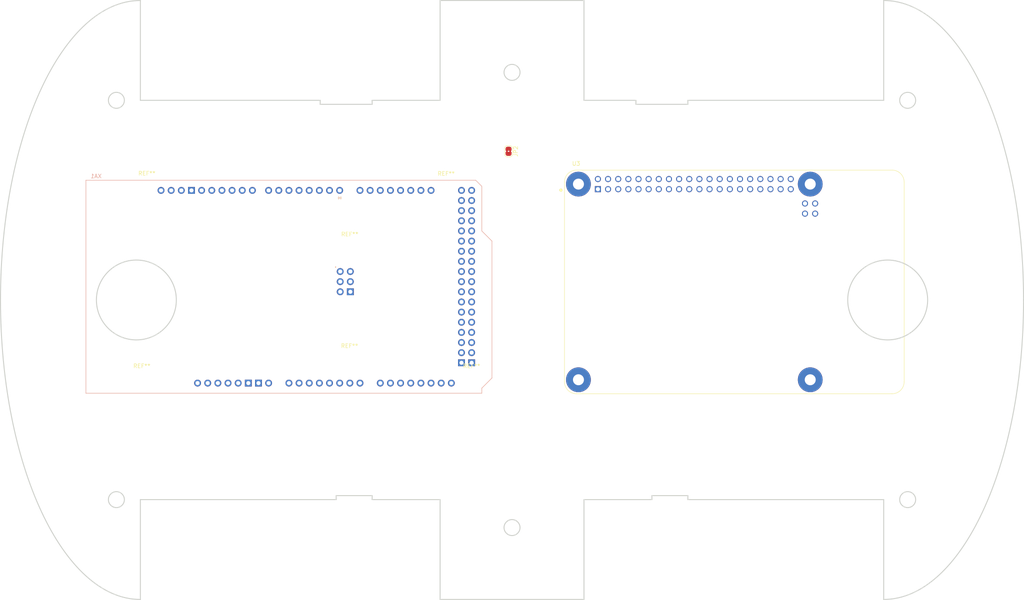
<source format=kicad_pcb>
(kicad_pcb (version 20221018) (generator pcbnew)
  (layers (0 "F.Cu" signal) (31 "B.Cu" signal) (34 "B.Paste" user) (35 "F.Paste" user) (36 "B.SilkS" user "B.Silkscreen") (37 "F.SilkS" user "F.Silkscreen") (38 "B.Mask" user) (39 "F.Mask" user) (44 "Edge.Cuts" user))
  (net 0 "")
  (net 1 "GND")
  (net 2 "/RESET")
  (net 3 "VCC")
  (net 4 "/ATMEGA_RXD0")
  (net 5 "/ATMEGA_TXD0")
  (net 6 "Net-(JP2-B)")
  (net 7 "Net-(U3-5V-Pad2)")
  (net 37 "Net-(U3-SHIELD-PadS1)")
  (footprint "MountingHole:MountingHole_3.2mm_M3" (layer "F.Cu") (at 56.440387 120.824769)
    (fp_text reference "REF**" (at 0 -4.2) (layer "F.SilkS"))
    (fp_text value "MountingHole_3.2mm_M3")
    (pad "" np_thru_hole circle (at 0 0) (size 3.2 3.2) (drill 3.2) (layers "F&B.Cu" "*.Mask"))
  )
  (footprint "Jumper:SolderJumper-2_P1.3mm_Bridged2Bar_RoundedPad1.0x1.5mm" (layer "F.Cu") (at 148.19848 62.846097 -90)
    (fp_text reference "JP2" (at 0 -1.8 90) (layer "F.SilkS"))
    (fp_text value "SolderJumper_2_Bridged")
    (fp_poly (pts (xy -0.25 -0.6) (xy 0.25 -0.6) (xy 0.25 -0.2) (xy -0.25 -0.2)) (fill solid) (layer "F.Cu"))
    (fp_poly (pts (xy -0.25 0.2) (xy 0.25 0.2) (xy 0.25 0.6) (xy -0.25 0.6)) (fill solid) (layer "F.Cu"))
    (fp_line (start -1.4 0.3) (end -1.4 -0.3) (stroke (width 0.12)) (layer "F.SilkS"))
    (fp_line (start -0.7 -1) (end 0.7 -1) (stroke (width 0.12)) (layer "F.SilkS"))
    (fp_line (start 0.7 1) (end -0.7 1) (stroke (width 0.12)) (layer "F.SilkS"))
    (fp_line (start 1.4 -0.3) (end 1.4 0.3) (stroke (width 0.12)) (layer "F.SilkS"))
    (fp_arc (start -1.4 -0.3) (mid -1.194975 -0.794975) (end -0.7 -1) (stroke (width 0.12)) (layer "F.SilkS"))
    (fp_arc (start -0.7 1) (mid -1.194975 0.794975) (end -1.4 0.3) (stroke (width 0.12)) (layer "F.SilkS"))
    (fp_arc (start 0.7 -1) (mid 1.194975 -0.794975) (end 1.4 -0.3) (stroke (width 0.12)) (layer "F.SilkS"))
    (fp_arc (start 1.4 0.3) (mid 1.194975 0.794975) (end 0.7 1) (stroke (width 0.12)) (layer "F.SilkS"))
    (pad "1" smd custom (at -0.65 0 270) (size 1 0.5) (layers "F.Cu" "F.Mask") (net 3 "VCC") (options (clearance outline) (anchor rect)) (primitives (gr_circle (center 0 0.25) (end 0.5 0.25) (width 0) (fill yes)) (gr_circle (center 0 -0.25) (end 0.5 -0.25) (width 0) (fill yes)) (gr_poly (pts (xy 0.5 0.75) (xy 0 0.75) (xy 0 -0.75) (xy 0.5 -0.75)) (width 0) (fill yes))))
    (pad "2" smd custom (at 0.65 0 270) (size 1 0.5) (layers "F.Cu" "F.Mask") (net 6 "Net-(JP2-B)") (options (clearance outline) (anchor rect)) (primitives (gr_circle (center 0 0.25) (end 0.5 0.25) (width 0) (fill yes)) (gr_circle (center 0 -0.25) (end 0.5 -0.25) (width 0) (fill yes)) (gr_poly (pts (xy 0 0.75) (xy -0.5 0.75) (xy -0.5 -0.75) (xy 0 -0.75)) (width 0) (fill yes))))
  )
  (footprint "MountingHole:MountingHole_3.2mm_M3" (layer "F.Cu") (at 132.597905 72.646985)
    (fp_text reference "REF**" (at 0 -4.2) (layer "F.SilkS"))
    (fp_text value "MountingHole_3.2mm_M3")
    (pad "" np_thru_hole circle (at 0 0) (size 3.2 3.2) (drill 3.2) (layers "*.Cu" "*.Mask"))
  )
  (footprint "project:MODULE_RASPBERRY_PI_4B_4GB" (layer "F.Cu") (at 204.687773 95.568647)
    (fp_text reference "U3" (at -39.575 -29.635) (layer "F.SilkS"))
    (fp_text value "RASPBERRY_PI_4B_4GB")
    (fp_line (start -42.5 -25) (end -42.5 25) (stroke (width 0.127)) (layer "F.SilkS"))
    (fp_line (start -39.5 28) (end 39.5 28) (stroke (width 0.127)) (layer "F.SilkS"))
    (fp_line (start 39.5 -28) (end -39.5 -28) (stroke (width 0.127)) (layer "F.SilkS"))
    (fp_line (start 42.5 25) (end 42.5 -25) (stroke (width 0.127)) (layer "F.SilkS"))
    (fp_arc (start -42.5 -25) (mid -41.62132 -27.12132) (end -39.5 -28) (stroke (width 0.127)) (layer "F.SilkS"))
    (fp_arc (start -39.5 28) (mid -41.62132 27.12132) (end -42.5 25) (stroke (width 0.127)) (layer "F.SilkS"))
    (fp_arc (start 39.5 -28) (mid 41.62132 -27.12132) (end 42.5 -25) (stroke (width 0.127)) (layer "F.SilkS"))
    (fp_arc (start 42.5 25) (mid 41.62132 27.12132) (end 39.5 28) (stroke (width 0.127)) (layer "F.SilkS"))
    (fp_circle (center -43.4 -23) (end -43.2 -23) (stroke (width 0.4)) (fill none) (layer "F.SilkS"))
    (pad "1" thru_hole rect (at -34.13 -23.23) (size 1.524 1.524) (drill 1.016) (layers "*.Cu" "*.Mask") (net 3 "VCC"))
    (pad "2" thru_hole circle (at -34.13 -25.77) (size 1.524 1.524) (drill 1.016) (layers "*.Cu" "*.Mask") (net 7 "Net-(U3-5V-Pad2)"))
    (pad "3" thru_hole circle (at -31.59 -23.23) (size 1.524 1.524) (drill 1.016) (layers "*.Cu" "*.Mask"))
    (pad "4" thru_hole circle (at -31.59 -25.77) (size 1.524 1.524) (drill 1.016) (layers "*.Cu" "*.Mask") (net 7 "Net-(U3-5V-Pad2)"))
    (pad "5" thru_hole circle (at -29.05 -23.23) (size 1.524 1.524) (drill 1.016) (layers "*.Cu" "*.Mask"))
    (pad "6" thru_hole circle (at -29.05 -25.77) (size 1.524 1.524) (drill 1.016) (layers "*.Cu" "*.Mask") (net 1 "GND"))
    (pad "7" thru_hole circle (at -26.51 -23.23) (size 1.524 1.524) (drill 1.016) (layers "*.Cu" "*.Mask"))
    (pad "8" thru_hole circle (at -26.51 -25.77) (size 1.524 1.524) (drill 1.016) (layers "*.Cu" "*.Mask") (net 5 "/ATMEGA_TXD0"))
    (pad "9" thru_hole circle (at -23.97 -23.23) (size 1.524 1.524) (drill 1.016) (layers "*.Cu" "*.Mask") (net 1 "GND"))
    (pad "10" thru_hole circle (at -23.97 -25.77) (size 1.524 1.524) (drill 1.016) (layers "*.Cu" "*.Mask") (net 4 "/ATMEGA_RXD0"))
    (pad "11" thru_hole circle (at -21.43 -23.23) (size 1.524 1.524) (drill 1.016) (layers "*.Cu" "*.Mask"))
    (pad "12" thru_hole circle (at -21.43 -25.77) (size 1.524 1.524) (drill 1.016) (layers "*.Cu" "*.Mask") (net 2 "/RESET"))
    (pad "13" thru_hole circle (at -18.89 -23.23) (size 1.524 1.524) (drill 1.016) (layers "*.Cu" "*.Mask"))
    (pad "14" thru_hole circle (at -18.89 -25.77) (size 1.524 1.524) (drill 1.016) (layers "*.Cu" "*.Mask") (net 1 "GND"))
    (pad "15" thru_hole circle (at -16.35 -23.23) (size 1.524 1.524) (drill 1.016) (layers "*.Cu" "*.Mask"))
    (pad "16" thru_hole circle (at -16.35 -25.77) (size 1.524 1.524) (drill 1.016) (layers "*.Cu" "*.Mask"))
    (pad "17" thru_hole circle (at -13.81 -23.23) (size 1.524 1.524) (drill 1.016) (layers "*.Cu" "*.Mask") (net 3 "VCC"))
    (pad "18" thru_hole circle (at -13.81 -25.77) (size 1.524 1.524) (drill 1.016) (layers "*.Cu" "*.Mask"))
    (pad "19" thru_hole circle (at -11.27 -23.23) (size 1.524 1.524) (drill 1.016) (layers "*.Cu" "*.Mask"))
    (pad "20" thru_hole circle (at -11.27 -25.77) (size 1.524 1.524) (drill 1.016) (layers "*.Cu" "*.Mask") (net 1 "GND"))
    (pad "21" thru_hole circle (at -8.73 -23.23) (size 1.524 1.524) (drill 1.016) (layers "*.Cu" "*.Mask"))
    (pad "22" thru_hole circle (at -8.73 -25.77) (size 1.524 1.524) (drill 1.016) (layers "*.Cu" "*.Mask"))
    (pad "23" thru_hole circle (at -6.19 -23.23) (size 1.524 1.524) (drill 1.016) (layers "*.Cu" "*.Mask"))
    (pad "24" thru_hole circle (at -6.19 -25.77) (size 1.524 1.524) (drill 1.016) (layers "*.Cu" "*.Mask"))
    (pad "25" thru_hole circle (at -3.65 -23.23) (size 1.524 1.524) (drill 1.016) (layers "*.Cu" "*.Mask") (net 1 "GND"))
    (pad "26" thru_hole circle (at -3.65 -25.77) (size 1.524 1.524) (drill 1.016) (layers "*.Cu" "*.Mask"))
    (pad "27" thru_hole circle (at -1.11 -23.23) (size 1.524 1.524) (drill 1.016) (layers "*.Cu" "*.Mask"))
    (pad "28" thru_hole circle (at -1.11 -25.77) (size 1.524 1.524) (drill 1.016) (layers "*.Cu" "*.Mask"))
    (pad "29" thru_hole circle (at 1.43 -23.23) (size 1.524 1.524) (drill 1.016) (layers "*.Cu" "*.Mask"))
    (pad "30" thru_hole circle (at 1.43 -25.77) (size 1.524 1.524) (drill 1.016) (layers "*.Cu" "*.Mask") (net 1 "GND"))
    (pad "31" thru_hole circle (at 3.97 -23.23) (size 1.524 1.524) (drill 1.016) (layers "*.Cu" "*.Mask"))
    (pad "32" thru_hole circle (at 3.97 -25.77) (size 1.524 1.524) (drill 1.016) (layers "*.Cu" "*.Mask"))
    (pad "33" thru_hole circle (at 6.51 -23.23) (size 1.524 1.524) (drill 1.016) (layers "*.Cu" "*.Mask"))
    (pad "34" thru_hole circle (at 6.51 -25.77) (size 1.524 1.524) (drill 1.016) (layers "*.Cu" "*.Mask") (net 1 "GND"))
    (pad "35" thru_hole circle (at 9.05 -23.23) (size 1.524 1.524) (drill 1.016) (layers "*.Cu" "*.Mask"))
    (pad "36" thru_hole circle (at 9.05 -25.77) (size 1.524 1.524) (drill 1.016) (layers "*.Cu" "*.Mask"))
    (pad "37" thru_hole circle (at 11.59 -23.23) (size 1.524 1.524) (drill 1.016) (layers "*.Cu" "*.Mask"))
    (pad "38" thru_hole circle (at 11.59 -25.77) (size 1.524 1.524) (drill 1.016) (layers "*.Cu" "*.Mask"))
    (pad "39" thru_hole circle (at 14.13 -23.23) (size 1.524 1.524) (drill 1.016) (layers "*.Cu" "*.Mask") (net 1 "GND"))
    (pad "40" thru_hole circle (at 14.13 -25.77) (size 1.524 1.524) (drill 1.016) (layers "*.Cu" "*.Mask"))
    (pad "41" thru_hole circle (at 20.23 -17.107) (size 1.524 1.524) (drill 1.016) (layers "*.Cu" "*.Mask"))
    (pad "42" thru_hole circle (at 20.23 -19.647) (size 1.524 1.524) (drill 1.016) (layers "*.Cu" "*.Mask"))
    (pad "43" thru_hole circle (at 17.69 -17.107) (size 1.524 1.524) (drill 1.016) (layers "*.Cu" "*.Mask"))
    (pad "44" thru_hole circle (at 17.69 -19.647) (size 1.524 1.524) (drill 1.016) (layers "*.Cu" "*.Mask"))
    (pad "S1" thru_hole circle (at -39 -24.5) (size 6.2 6.2) (drill 2.75) (layers "*.Cu" "*.Mask") (net 37 "Net-(U3-SHIELD-PadS1)"))
    (pad "S2" thru_hole circle (at 19 -24.5) (size 6.2 6.2) (drill 2.75) (layers "*.Cu" "*.Mask") (net 37 "Net-(U3-SHIELD-PadS1)"))
    (pad "S3" thru_hole circle (at 19 24.5) (size 6.2 6.2) (drill 2.75) (layers "*.Cu" "*.Mask") (net 37 "Net-(U3-SHIELD-PadS1)"))
    (pad "S4" thru_hole circle (at -39 24.5) (size 6.2 6.2) (drill 2.75) (layers "*.Cu" "*.Mask") (net 37 "Net-(U3-SHIELD-PadS1)"))
  )
  (footprint "MountingHole:MountingHole_3.2mm_M3" (layer "F.Cu") (at 108.467937 87.821711)
    (fp_text reference "REF**" (at 0 -4.2) (layer "F.SilkS"))
    (fp_text value "MountingHole_3.2mm_M3")
    (pad "" np_thru_hole circle (at 0 0) (size 3.2 3.2) (drill 3.2) (layers "F&B.Cu" "*.Mask"))
  )
  (footprint "Arduino_Mega2560_Shield" (layer "F.Cu") (at 42.442861 123.439144)
    (fp_text reference "XA1" (at 2.54 -54.356) (layer "B.SilkS") (effects (justify mirror)))
    (fp_text value "Arduino_Mega2560_Shield")
    (fp_text user "D0" (at 63.5 -48.895 unlocked) (layer "B.SilkS") (effects (font (size 0.5 0.5) (thickness 0.075)) (justify mirror)))
    (fp_text user "." (at 62.484 -32.004) (layer "B.SilkS"))
    (fp_text user "D0" (at 63.5 -48.895 unlocked) (layer "F.SilkS") (effects (font (size 0.5 0.5) (thickness 0.075))))
    (fp_text user "." (at 62.484 -32.004) (layer "F.SilkS"))
    (fp_line (start 0 -53.34) (end 0 0) (stroke (width 0.15)) (layer "B.SilkS"))
    (fp_line (start 0 -53.34) (end 97.536 -53.34) (stroke (width 0.15)) (layer "B.SilkS"))
    (fp_line (start 0 0) (end 99.06 0) (stroke (width 0.15)) (layer "B.SilkS"))
    (fp_line (start 97.536 -53.34) (end 99.06 -51.816) (stroke (width 0.15)) (layer "B.SilkS"))
    (fp_line (start 99.06 -40.64) (end 99.06 -51.816) (stroke (width 0.15)) (layer "B.SilkS"))
    (fp_line (start 99.06 -1.27) (end 101.6 -3.81) (stroke (width 0.15)) (layer "B.SilkS"))
    (fp_line (start 99.06 0) (end 99.06 -1.27) (stroke (width 0.15)) (layer "B.SilkS"))
    (fp_line (start 101.6 -38.1) (end 99.06 -40.64) (stroke (width 0.15)) (layer "B.SilkS"))
    (fp_line (start 101.6 -3.81) (end 101.6 -38.1) (stroke (width 0.15)) (layer "B.SilkS"))
    (pad "" thru_hole oval (at 27.94 -2.54) (size 1.7272 1.7272) (drill 1.016) (layers "*.Cu" "*.Mask"))
    (pad "3V3" thru_hole oval (at 35.56 -2.54) (size 1.7272 1.7272) (drill 1.016) (layers "*.Cu" "*.Mask"))
    (pad "5V1" thru_hole oval (at 38.1 -2.54) (size 1.7272 1.7272) (drill 1.016) (layers "*.Cu" "*.Mask"))
    (pad "5V2" thru_hole oval (at 66.167 -30.48) (size 1.7272 1.7272) (drill 1.016) (layers "*.Cu" "*.Mask"))
    (pad "5V3" thru_hole oval (at 93.98 -50.8) (size 1.7272 1.7272) (drill 1.016) (layers "*.Cu" "*.Mask"))
    (pad "5V4" thru_hole oval (at 96.52 -50.8) (size 1.7272 1.7272) (drill 1.016) (layers "*.Cu" "*.Mask"))
    (pad "A0" thru_hole oval (at 50.8 -2.54) (size 1.7272 1.7272) (drill 1.016) (layers "*.Cu" "*.Mask"))
    (pad "A1" thru_hole oval (at 53.34 -2.54) (size 1.7272 1.7272) (drill 1.016) (layers "*.Cu" "*.Mask"))
    (pad "A2" thru_hole oval (at 55.88 -2.54) (size 1.7272 1.7272) (drill 1.016) (layers "*.Cu" "*.Mask"))
    (pad "A3" thru_hole oval (at 58.42 -2.54) (size 1.7272 1.7272) (drill 1.016) (layers "*.Cu" "*.Mask"))
    (pad "A4" thru_hole oval (at 60.96 -2.54) (size 1.7272 1.7272) (drill 1.016) (layers "*.Cu" "*.Mask"))
    (pad "A5" thru_hole oval (at 63.5 -2.54) (size 1.7272 1.7272) (drill 1.016) (layers "*.Cu" "*.Mask"))
    (pad "A6" thru_hole oval (at 66.04 -2.54) (size 1.7272 1.7272) (drill 1.016) (layers "*.Cu" "*.Mask"))
    (pad "A7" thru_hole oval (at 68.58 -2.54) (size 1.7272 1.7272) (drill 1.016) (layers "*.Cu" "*.Mask"))
    (pad "A8" thru_hole oval (at 73.66 -2.54) (size 1.7272 1.7272) (drill 1.016) (layers "*.Cu" "*.Mask"))
    (pad "A9" thru_hole oval (at 76.2 -2.54) (size 1.7272 1.7272) (drill 1.016) (layers "*.Cu" "*.Mask"))
    (pad "A10" thru_hole oval (at 78.74 -2.54) (size 1.7272 1.7272) (drill 1.016) (layers "*.Cu" "*.Mask"))
    (pad "A11" thru_hole oval (at 81.28 -2.54) (size 1.7272 1.7272) (drill 1.016) (layers "*.Cu" "*.Mask"))
    (pad "A12" thru_hole oval (at 83.82 -2.54) (size 1.7272 1.7272) (drill 1.016) (layers "*.Cu" "*.Mask"))
    (pad "A13" thru_hole oval (at 86.36 -2.54) (size 1.7272 1.7272) (drill 1.016) (layers "*.Cu" "*.Mask"))
    (pad "A14" thru_hole oval (at 88.9 -2.54) (size 1.7272 1.7272) (drill 1.016) (layers "*.Cu" "*.Mask"))
    (pad "A15" thru_hole oval (at 91.44 -2.54) (size 1.7272 1.7272) (drill 1.016) (layers "*.Cu" "*.Mask"))
    (pad "AREF" thru_hole oval (at 23.876 -50.8) (size 1.7272 1.7272) (drill 1.016) (layers "*.Cu" "*.Mask"))
    (pad "D0" thru_hole oval (at 63.5 -50.8) (size 1.7272 1.7272) (drill 1.016) (layers "*.Cu" "*.Mask"))
    (pad "D1" thru_hole oval (at 60.96 -50.8) (size 1.7272 1.7272) (drill 1.016) (layers "*.Cu" "*.Mask"))
    (pad "D2" thru_hole oval (at 58.42 -50.8) (size 1.7272 1.7272) (drill 1.016) (layers "*.Cu" "*.Mask"))
    (pad "D3" thru_hole oval (at 55.88 -50.8) (size 1.7272 1.7272) (drill 1.016) (layers "*.Cu" "*.Mask"))
    (pad "D4" thru_hole oval (at 53.34 -50.8) (size 1.7272 1.7272) (drill 1.016) (layers "*.Cu" "*.Mask"))
    (pad "D5" thru_hole oval (at 50.8 -50.8) (size 1.7272 1.7272) (drill 1.016) (layers "*.Cu" "*.Mask"))
    (pad "D6" thru_hole oval (at 48.26 -50.8) (size 1.7272 1.7272) (drill 1.016) (layers "*.Cu" "*.Mask"))
    (pad "D7" thru_hole oval (at 45.72 -50.8) (size 1.7272 1.7272) (drill 1.016) (layers "*.Cu" "*.Mask"))
    (pad "D8" thru_hole oval (at 41.656 -50.8) (size 1.7272 1.7272) (drill 1.016) (layers "*.Cu" "*.Mask"))
    (pad "D9" thru_hole oval (at 39.116 -50.8) (size 1.7272 1.7272) (drill 1.016) (layers "*.Cu" "*.Mask"))
    (pad "D10" thru_hole oval (at 36.576 -50.8) (size 1.7272 1.7272) (drill 1.016) (layers "*.Cu" "*.Mask"))
    (pad "D11" thru_hole oval (at 34.036 -50.8) (size 1.7272 1.7272) (drill 1.016) (layers "*.Cu" "*.Mask"))
    (pad "D12" thru_hole oval (at 31.496 -50.8) (size 1.7272 1.7272) (drill 1.016) (layers "*.Cu" "*.Mask"))
    (pad "D13" thru_hole oval (at 28.956 -50.8) (size 1.7272 1.7272) (drill 1.016) (layers "*.Cu" "*.Mask"))
    (pad "D14" thru_hole oval (at 68.58 -50.8) (size 1.7272 1.7272) (drill 1.016) (layers "*.Cu" "*.Mask"))
    (pad "D15" thru_hole oval (at 71.12 -50.8) (size 1.7272 1.7272) (drill 1.016) (layers "*.Cu" "*.Mask"))
    (pad "D16" thru_hole oval (at 73.66 -50.8) (size 1.7272 1.7272) (drill 1.016) (layers "*.Cu" "*.Mask"))
    (pad "D17" thru_hole oval (at 76.2 -50.8) (size 1.7272 1.7272) (drill 1.016) (layers "*.Cu" "*.Mask"))
    (pad "D18" thru_hole oval (at 78.74 -50.8) (size 1.7272 1.7272) (drill 1.016) (layers "*.Cu" "*.Mask"))
    (pad "D19" thru_hole oval (at 81.28 -50.8) (size 1.7272 1.7272) (drill 1.016) (layers "*.Cu" "*.Mask"))
    (pad "D20" thru_hole oval (at 83.82 -50.8) (size 1.7272 1.7272) (drill 1.016) (layers "*.Cu" "*.Mask"))
    (pad "D21" thru_hole oval (at 86.36 -50.8) (size 1.7272 1.7272) (drill 1.016) (layers "*.Cu" "*.Mask"))
    (pad "D22" thru_hole oval (at 93.98 -48.26) (size 1.7272 1.7272) (drill 1.016) (layers "*.Cu" "*.Mask"))
    (pad "D23" thru_hole oval (at 96.52 -48.26) (size 1.7272 1.7272) (drill 1.016) (layers "*.Cu" "*.Mask"))
    (pad "D24" thru_hole oval (at 93.98 -45.72) (size 1.7272 1.7272) (drill 1.016) (layers "*.Cu" "*.Mask"))
    (pad "D25" thru_hole oval (at 96.52 -45.72) (size 1.7272 1.7272) (drill 1.016) (layers "*.Cu" "*.Mask"))
    (pad "D26" thru_hole oval (at 93.98 -43.18) (size 1.7272 1.7272) (drill 1.016) (layers "*.Cu" "*.Mask"))
    (pad "D27" thru_hole oval (at 96.52 -43.18) (size 1.7272 1.7272) (drill 1.016) (layers "*.Cu" "*.Mask"))
    (pad "D28" thru_hole oval (at 93.98 -40.64) (size 1.7272 1.7272) (drill 1.016) (layers "*.Cu" "*.Mask"))
    (pad "D29" thru_hole oval (at 96.52 -40.64) (size 1.7272 1.7272) (drill 1.016) (layers "*.Cu" "*.Mask"))
    (pad "D30" thru_hole oval (at 93.98 -38.1) (size 1.7272 1.7272) (drill 1.016) (layers "*.Cu" "*.Mask"))
    (pad "D31" thru_hole oval (at 96.52 -38.1) (size 1.7272 1.7272) (drill 1.016) (layers "*.Cu" "*.Mask"))
    (pad "D32" thru_hole oval (at 93.98 -35.56) (size 1.7272 1.7272) (drill 1.016) (layers "*.Cu" "*.Mask"))
    (pad "D33" thru_hole oval (at 96.52 -35.56) (size 1.7272 1.7272) (drill 1.016) (layers "*.Cu" "*.Mask"))
    (pad "D34" thru_hole oval (at 93.98 -33.02) (size 1.7272 1.7272) (drill 1.016) (layers "*.Cu" "*.Mask"))
    (pad "D35" thru_hole oval (at 96.52 -33.02) (size 1.7272 1.7272) (drill 1.016) (layers "*.Cu" "*.Mask"))
    (pad "D36" thru_hole oval (at 93.98 -30.48) (size 1.7272 1.7272) (drill 1.016) (layers "*.Cu" "*.Mask"))
    (pad "D37" thru_hole oval (at 96.52 -30.48) (size 1.7272 1.7272) (drill 1.016) (layers "*.Cu" "*.Mask"))
    (pad "D38" thru_hole oval (at 93.98 -27.94) (size 1.7272 1.7272) (drill 1.016) (layers "*.Cu" "*.Mask"))
    (pad "D39" thru_hole oval (at 96.52 -27.94) (size 1.7272 1.7272) (drill 1.016) (layers "*.Cu" "*.Mask"))
    (pad "D40" thru_hole oval (at 93.98 -25.4) (size 1.7272 1.7272) (drill 1.016) (layers "*.Cu" "*.Mask"))
    (pad "D41" thru_hole oval (at 96.52 -25.4) (size 1.7272 1.7272) (drill 1.016) (layers "*.Cu" "*.Mask"))
    (pad "D42" thru_hole oval (at 93.98 -22.86) (size 1.7272 1.7272) (drill 1.016) (layers "*.Cu" "*.Mask"))
    (pad "D43" thru_hole oval (at 96.52 -22.86) (size 1.7272 1.7272) (drill 1.016) (layers "*.Cu" "*.Mask"))
    (pad "D44" thru_hole oval (at 93.98 -20.32) (size 1.7272 1.7272) (drill 1.016) (layers "*.Cu" "*.Mask"))
    (pad "D45" thru_hole oval (at 96.52 -20.32) (size 1.7272 1.7272) (drill 1.016) (layers "*.Cu" "*.Mask"))
    (pad "D46" thru_hole oval (at 93.98 -17.78) (size 1.7272 1.7272) (drill 1.016) (layers "*.Cu" "*.Mask"))
    (pad "D47" thru_hole oval (at 96.52 -17.78) (size 1.7272 1.7272) (drill 1.016) (layers "*.Cu" "*.Mask"))
    (pad "D48" thru_hole oval (at 93.98 -15.24) (size 1.7272 1.7272) (drill 1.016) (layers "*.Cu" "*.Mask"))
    (pad "D49" thru_hole oval (at 96.52 -15.24) (size 1.7272 1.7272) (drill 1.016) (layers "*.Cu" "*.Mask"))
    (pad "D50" thru_hole oval (at 93.98 -12.7) (size 1.7272 1.7272) (drill 1.016) (layers "*.Cu" "*.Mask"))
    (pad "D51" thru_hole oval (at 96.52 -12.7) (size 1.7272 1.7272) (drill 1.016) (layers "*.Cu" "*.Mask"))
    (pad "D52" thru_hole oval (at 93.98 -10.16) (size 1.7272 1.7272) (drill 1.016) (layers "*.Cu" "*.Mask"))
    (pad "D53" thru_hole oval (at 96.52 -10.16) (size 1.7272 1.7272) (drill 1.016) (layers "*.Cu" "*.Mask"))
    (pad "GND1" thru_hole rect (at 26.416 -50.8) (size 1.7272 1.7272) (drill 1.016) (layers "*.Cu" "*.Mask"))
    (pad "GND2" thru_hole rect (at 40.64 -2.54) (size 1.7272 1.7272) (drill 1.016) (layers "*.Cu" "*.Mask"))
    (pad "GND3" thru_hole rect (at 43.18 -2.54) (size 1.7272 1.7272) (drill 1.016) (layers "*.Cu" "*.Mask"))
    (pad "GND4" thru_hole rect (at 66.167 -25.4) (size 1.7272 1.7272) (drill 1.016) (layers "*.Cu" "*.Mask"))
    (pad "GND5" thru_hole rect (at 93.98 -7.62) (size 1.7272 1.7272) (drill 1.016) (layers "*.Cu" "*.Mask"))
    (pad "GND6" thru_hole rect (at 96.52 -7.62) (size 1.7272 1.7272) (drill 1.016) (layers "*.Cu" "*.Mask"))
    (pad "IORF" thru_hole oval (at 30.48 -2.54) (size 1.7272 1.7272) (drill 1.016) (layers "*.Cu" "*.Mask"))
    (pad "MISO" thru_hole oval (at 63.627 -30.48) (size 1.7272 1.7272) (drill 1.016) (layers "*.Cu" "*.Mask"))
    (pad "MOSI" thru_hole oval (at 66.167 -27.94) (size 1.7272 1.7272) (drill 1.016) (layers "*.Cu" "*.Mask"))
    (pad "RST1" thru_hole oval (at 33.02 -2.54) (size 1.7272 1.7272) (drill 1.016) (layers "*.Cu" "*.Mask"))
    (pad "RST2" thru_hole oval (at 63.627 -25.4) (size 1.7272 1.7272) (drill 1.016) (layers "*.Cu" "*.Mask"))
    (pad "SCK" thru_hole oval (at 63.627 -27.94) (size 1.7272 1.7272) (drill 1.016) (layers "*.Cu" "*.Mask"))
    (pad "SCL" thru_hole oval (at 18.796 -50.8) (size 1.7272 1.7272) (drill 1.016) (layers "*.Cu" "*.Mask"))
    (pad "SDA" thru_hole oval (at 21.336 -50.8) (size 1.7272 1.7272) (drill 1.016) (layers "*.Cu" "*.Mask"))
    (pad "VIN" thru_hole oval (at 45.72 -2.54) (size 1.7272 1.7272) (drill 1.016) (layers "*.Cu" "*.Mask"))
  )
  (footprint "MountingHole:MountingHole_3.2mm_M3" (layer "F.Cu") (at 57.695298 72.581688)
    (fp_text reference "REF**" (at 0 -4.2) (layer "F.SilkS"))
    (fp_text value "MountingHole_3.2mm_M3")
    (pad "" np_thru_hole circle (at 0 0) (size 3.2 3.2) (drill 3.2) (layers "F&B.Cu" "*.Mask"))
  )
  (footprint "MountingHole:MountingHole_3.2mm_M3" (layer "F.Cu") (at 138.968936 120.843009)
    (fp_text reference "REF**" (at 0 -4.2) (layer "F.SilkS"))
    (fp_text value "MountingHole_3.2mm_M3")
    (pad "" np_thru_hole circle (at 0 0) (size 3.2 3.2) (drill 3.2) (layers "F&B.Cu" "*.Mask"))
  )
  (footprint "MountingHole:MountingHole_3.2mm_M3" (layer "F.Cu") (at 108.410068 115.798421)
    (fp_text reference "REF**" (at 0 -4.2) (layer "F.SilkS"))
    (fp_text value "MountingHole_3.2mm_M3")
    (pad "" np_thru_hole circle (at 0 0) (size 3.2 3.2) (drill 3.2) (layers "F&B.Cu" "*.Mask"))
  )
  (gr_line (start 167.068644 50.085759) (end 167.068644 25.085759) (stroke (width 0.25)) (layer "Edge.Cuts"))
  (gr_line (start 242.068644 50.085759) (end 193.068644 50.085759) (stroke (width 0.25)) (layer "Edge.Cuts"))
  (gr_curve (pts (xy 277.068644 100.085759) (xy 277.068644 58.664403) (xy 261.39861 25.085759) (xy 242.068644 25.085759)) (stroke (width 0.25)) (layer "Edge.Cuts"))
  (gr_circle (center 248.068644 50.085759) (end 248.068644 48.085759) (stroke (width 0.25)) (fill none) (layer "Edge.Cuts"))
  (gr_line (start 180.068644 50.085759) (end 167.068644 50.085759) (stroke (width 0.25)) (layer "Edge.Cuts"))
  (gr_line (start 101.068644 50.085759) (end 56.068644 50.085759) (stroke (width 0.25)) (layer "Edge.Cuts"))
  (gr_circle (center 243.068644 100.085759) (end 243.068644 90.085759) (stroke (width 0.25)) (fill none) (layer "Edge.Cuts"))
  (gr_line (start 193.068644 149.085759) (end 193.068644 150.085759) (stroke (width 0.25)) (layer "Edge.Cuts"))
  (gr_line (start 131.068644 175.085759) (end 167.068644 175.085759) (stroke (width 0.25)) (layer "Edge.Cuts"))
  (gr_line (start 114.068644 150.085759) (end 131.068644 150.085759) (stroke (width 0.25)) (layer "Edge.Cuts"))
  (gr_line (start 184.068644 149.085759) (end 193.068644 149.085759) (stroke (width 0.25)) (layer "Edge.Cuts"))
  (gr_line (start 56.068644 50.085759) (end 56.068644 25.085759) (stroke (width 0.25)) (layer "Edge.Cuts"))
  (gr_circle (center 50.068644 150.085759) (end 50.068644 148.085759) (stroke (width 0.25)) (fill none) (layer "Edge.Cuts"))
  (gr_line (start 242.068644 25.085759) (end 242.068644 50.085759) (stroke (width 0.25)) (layer "Edge.Cuts"))
  (gr_curve (pts (xy 56.068644 25.085759) (xy 36.738678 25.085759) (xy 21.068644 58.664403) (xy 21.068644 100.085759)) (stroke (width 0.25)) (layer "Edge.Cuts"))
  (gr_curve (pts (xy 21.068644 100.085759) (xy 21.068644 141.507115) (xy 36.738678 175.085759) (xy 56.068644 175.085759)) (stroke (width 0.25)) (layer "Edge.Cuts"))
  (gr_line (start 114.068644 50.085759) (end 114.068644 51.085759) (stroke (width 0.25)) (layer "Edge.Cuts"))
  (gr_circle (center 149.068644 43.085759) (end 149.068644 41.085759) (stroke (width 0.25)) (fill none) (layer "Edge.Cuts"))
  (gr_line (start 193.068644 150.085759) (end 242.068644 150.085759) (stroke (width 0.25)) (layer "Edge.Cuts"))
  (gr_line (start 131.068644 50.085759) (end 114.068644 50.085759) (stroke (width 0.25)) (layer "Edge.Cuts"))
  (gr_line (start 167.068644 150.085759) (end 184.068644 150.085759) (stroke (width 0.25)) (layer "Edge.Cuts"))
  (gr_line (start 131.068644 150.085759) (end 131.068644 175.085759) (stroke (width 0.25)) (layer "Edge.Cuts"))
  (gr_line (start 180.068644 51.085759) (end 180.068644 50.085759) (stroke (width 0.25)) (layer "Edge.Cuts"))
  (gr_line (start 167.068644 25.085759) (end 131.068644 25.085759) (stroke (width 0.25)) (layer "Edge.Cuts"))
  (gr_curve (pts (xy 242.068644 175.085759) (xy 261.39861 175.085759) (xy 277.068644 141.507115) (xy 277.068644 100.085759)) (stroke (width 0.25)) (layer "Edge.Cuts"))
  (gr_line (start 105.068644 150.085759) (end 105.068644 149.085759) (stroke (width 0.25)) (layer "Edge.Cuts"))
  (gr_line (start 105.068644 149.085759) (end 114.068644 149.085759) (stroke (width 0.25)) (layer "Edge.Cuts"))
  (gr_line (start 131.068644 25.085759) (end 131.068644 50.085759) (stroke (width 0.25)) (layer "Edge.Cuts"))
  (gr_circle (center 55.068644 100.085759) (end 55.068644 90.085759) (stroke (width 0.25)) (fill none) (layer "Edge.Cuts"))
  (gr_line (start 101.068644 51.085759) (end 101.068644 50.085759) (stroke (width 0.25)) (layer "Edge.Cuts"))
  (gr_line (start 193.068644 50.085759) (end 193.068644 51.085759) (stroke (width 0.25)) (layer "Edge.Cuts"))
  (gr_circle (center 50.068644 50.085759) (end 50.068644 48.085759) (stroke (width 0.25)) (fill none) (layer "Edge.Cuts"))
  (gr_line (start 56.068644 150.085759) (end 105.068644 150.085759) (stroke (width 0.25)) (layer "Edge.Cuts"))
  (gr_circle (center 248.068644 150.085759) (end 248.068644 148.085759) (stroke (width 0.25)) (fill none) (layer "Edge.Cuts"))
  (gr_line (start 56.068644 175.085759) (end 56.068644 150.085759) (stroke (width 0.25)) (layer "Edge.Cuts"))
  (gr_line (start 114.068644 51.085759) (end 101.068644 51.085759) (stroke (width 0.25)) (layer "Edge.Cuts"))
  (gr_line (start 167.068644 175.085759) (end 167.068644 150.085759) (stroke (width 0.25)) (layer "Edge.Cuts"))
  (gr_circle (center 149.068644 157.085759) (end 149.068644 155.085759) (stroke (width 0.25)) (fill none) (layer "Edge.Cuts"))
  (gr_line (start 242.068644 150.085759) (end 242.068644 175.085759) (stroke (width 0.25)) (layer "Edge.Cuts"))
  (gr_line (start 114.068644 149.085759) (end 114.068644 150.085759) (stroke (width 0.25)) (layer "Edge.Cuts"))
  (gr_line (start 193.068644 51.085759) (end 180.068644 51.085759) (stroke (width 0.25)) (layer "Edge.Cuts"))
  (gr_line (start 184.068644 150.085759) (end 184.068644 149.085759) (stroke (width 0.25)) (layer "Edge.Cuts"))
)
</source>
